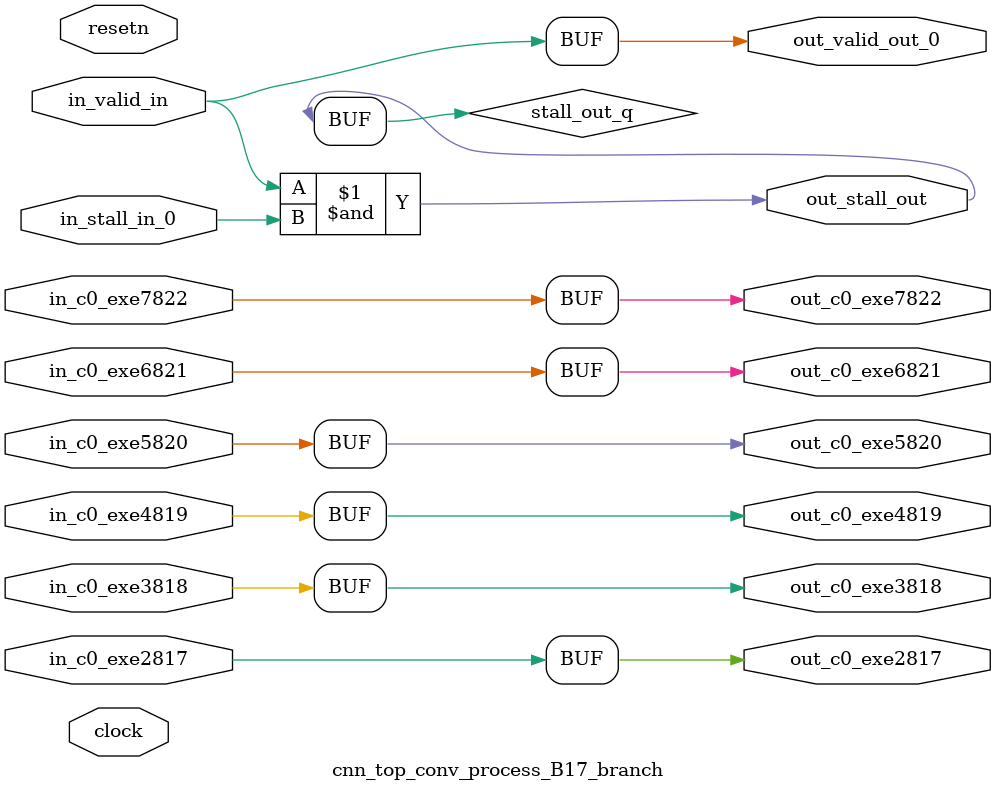
<source format=sv>



(* altera_attribute = "-name AUTO_SHIFT_REGISTER_RECOGNITION OFF; -name MESSAGE_DISABLE 10036; -name MESSAGE_DISABLE 10037; -name MESSAGE_DISABLE 14130; -name MESSAGE_DISABLE 14320; -name MESSAGE_DISABLE 15400; -name MESSAGE_DISABLE 14130; -name MESSAGE_DISABLE 10036; -name MESSAGE_DISABLE 12020; -name MESSAGE_DISABLE 12030; -name MESSAGE_DISABLE 12010; -name MESSAGE_DISABLE 12110; -name MESSAGE_DISABLE 14320; -name MESSAGE_DISABLE 13410; -name MESSAGE_DISABLE 113007; -name MESSAGE_DISABLE 10958" *)
module cnn_top_conv_process_B17_branch (
    input wire [0:0] in_c0_exe2817,
    input wire [0:0] in_c0_exe3818,
    input wire [0:0] in_c0_exe4819,
    input wire [0:0] in_c0_exe5820,
    input wire [0:0] in_c0_exe6821,
    input wire [0:0] in_c0_exe7822,
    input wire [0:0] in_stall_in_0,
    input wire [0:0] in_valid_in,
    output wire [0:0] out_c0_exe2817,
    output wire [0:0] out_c0_exe3818,
    output wire [0:0] out_c0_exe4819,
    output wire [0:0] out_c0_exe5820,
    output wire [0:0] out_c0_exe6821,
    output wire [0:0] out_c0_exe7822,
    output wire [0:0] out_stall_out,
    output wire [0:0] out_valid_out_0,
    input wire clock,
    input wire resetn
    );

    wire [0:0] stall_out_q;


    // out_c0_exe2817(GPOUT,10)
    assign out_c0_exe2817 = in_c0_exe2817;

    // out_c0_exe3818(GPOUT,11)
    assign out_c0_exe3818 = in_c0_exe3818;

    // out_c0_exe4819(GPOUT,12)
    assign out_c0_exe4819 = in_c0_exe4819;

    // out_c0_exe5820(GPOUT,13)
    assign out_c0_exe5820 = in_c0_exe5820;

    // out_c0_exe6821(GPOUT,14)
    assign out_c0_exe6821 = in_c0_exe6821;

    // out_c0_exe7822(GPOUT,15)
    assign out_c0_exe7822 = in_c0_exe7822;

    // stall_out(LOGICAL,18)
    assign stall_out_q = in_valid_in & in_stall_in_0;

    // out_stall_out(GPOUT,16)
    assign out_stall_out = stall_out_q;

    // out_valid_out_0(GPOUT,17)
    assign out_valid_out_0 = in_valid_in;

endmodule

</source>
